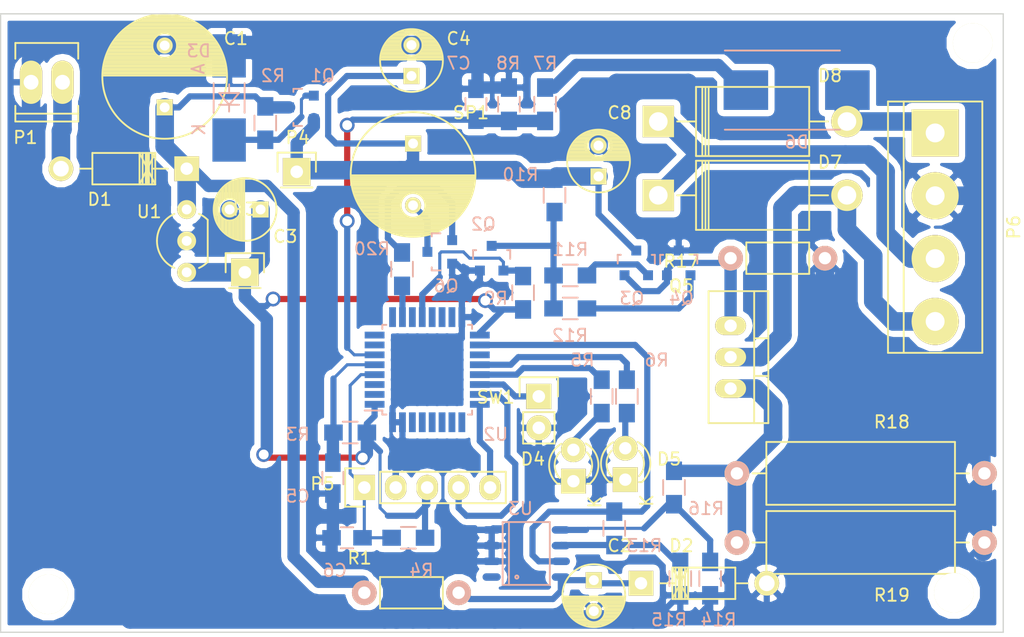
<source format=kicad_pcb>
(kicad_pcb (version 4) (host pcbnew "(2015-07-16 BZR 5955, Git 27eafcb)-product")
  (layers (0 F.Cu signal) (31 B.Cu signal) (34 B.Paste user) (35 F.Paste user) (36 B.SilkS user) (37 F.SilkS user) (38 B.Mask user) (39 F.Mask user) (44 Edge.Cuts user))
  (net 0 "")
  (net 1 "Net-(C1-Pad1)")
  (net 2 GND)
  (net 3 /Sheet56FC57FC/V5)
  (net 4 /Sheet56FC57FC/V3.3)
  (net 5 /Sheet56FC57FC/V12_MOSFET)
  (net 6 /Sheet56FC57FC/V3.3_ANALOG)
  (net 7 "Net-(C6-Pad2)")
  (net 8 "Net-(C7-Pad2)")
  (net 9 "Net-(D1-Pad2)")
  (net 10 "Net-(D3-Pad1)")
  (net 11 "Net-(D4-Pad2)")
  (net 12 "Net-(D5-Pad2)")
  (net 13 "Net-(D6-Pad2)")
  (net 14 "Net-(D6-Pad1)")
  (net 15 "Net-(D7-Pad2)")
  (net 16 "Net-(D7-Pad1)")
  (net 17 "Net-(P5-Pad4)")
  (net 18 "Net-(P5-Pad5)")
  (net 19 "Net-(Q2-Pad1)")
  (net 20 "Net-(Q2-Pad3)")
  (net 21 "Net-(Q3-Pad1)")
  (net 22 "Net-(Q3-Pad2)")
  (net 23 "Net-(Q4-Pad1)")
  (net 24 "Net-(Q5-PadS)")
  (net 25 "Net-(Q6-Pad1)")
  (net 26 "Net-(Q6-Pad3)")
  (net 27 "Net-(R5-Pad1)")
  (net 28 "Net-(R6-Pad1)")
  (net 29 "Net-(R13-Pad1)")
  (net 30 "Net-(R13-Pad2)")
  (net 31 "Net-(R14-Pad2)")
  (net 32 "Net-(SW1-Pad1)")
  (net 33 "Net-(U2-Pad2)")
  (net 34 "Net-(U2-Pad3)")
  (net 35 "Net-(U2-Pad7)")
  (net 36 "Net-(U2-Pad9)")
  (net 37 "Net-(U2-Pad11)")
  (net 38 "Net-(U2-Pad13)")
  (net 39 "Net-(U2-Pad14)")
  (net 40 "Net-(U2-Pad15)")
  (net 41 "Net-(U2-Pad25)")
  (net 42 "Net-(U2-Pad27)")
  (net 43 "Net-(U2-Pad29)")
  (net 44 "Net-(U3-Pad1)")
  (net 45 "Net-(U2-Pad19)")
  (net 46 "Net-(R20-Pad1)")
  (net 47 "Net-(U2-Pad26)")
  (net 48 "Net-(U2-Pad28)")
  (net 49 "Net-(U2-Pad30)")
  (net 50 "Net-(U2-Pad8)")
  (module Mounting_Holes:MountingHole_3.2mm_M3 (layer F.Cu) (at 192.532 62.357)
    (fp_text reference "" (at -4.318 -0.889) (layer F.SilkS))
    (fp_text value MountingHole_3.2mm_M3)
    (pad 1 np_thru_hole circle (at 0 0) (size 3.2 3.2) (drill 3.2) (layers *.Cu *.Mask F.SilkS))
  )
  (module Mounting_Holes:MountingHole_3.2mm_M3 (layer F.Cu) (at 191.008 106.807)
    (fp_text reference "" (at 0 -4.2) (layer F.SilkS))
    (fp_text value MountingHole_3.2mm_M3)
    (pad 1 np_thru_hole circle (at 0 0) (size 3.2 3.2) (drill 3.2) (layers *.Cu *.Mask F.SilkS))
  )
  (module LOCAL_Capacitors_ThroughHole:C_Radial_D5_L11_P2.5 (layer F.Cu) (at 161.925 105.791 270)
    (fp_text reference C2 (at -2.791 -2.075 360) (layer F.SilkS))
    (fp_text value 2.2uF)
    (pad 1 thru_hole rect (at 0 0 270) (size 1.3 1.3) (drill 0.8) (layers *.Cu *.Mask F.SilkS) (net 3 /Sheet56FC57FC/V5))
    (pad 2 thru_hole circle (at 2.5 0 270) (size 1.3 1.3) (drill 0.8) (layers *.Cu *.Mask F.SilkS) (net 2 GND))
  )
  (module LOCAL_Capacitors_ThroughHole:C_Radial_D5_L11_P2.5 (layer F.Cu) (at 135.001 75.819 180)
    (fp_text reference C3 (at -1.999 -2.181 180) (layer F.SilkS))
    (fp_text value 2.2uF)
    (pad 1 thru_hole rect (at 0 0 180) (size 1.3 1.3) (drill 0.8) (layers *.Cu *.Mask F.SilkS) (net 4 /Sheet56FC57FC/V3.3))
    (pad 2 thru_hole circle (at 2.5 0 180) (size 1.3 1.3) (drill 0.8) (layers *.Cu *.Mask F.SilkS) (net 2 GND))
  )
  (module LOCAL_Capacitors_ThroughHole:C_Radial_D5_L11_P2.5 (layer F.Cu) (at 147.193 65.024 90)
    (fp_text reference C4 (at 3.024 3.807 180) (layer F.SilkS))
    (fp_text value 2.2uF)
    (pad 1 thru_hole rect (at 0 0 90) (size 1.3 1.3) (drill 0.8) (layers *.Cu *.Mask F.SilkS) (net 5 /Sheet56FC57FC/V12_MOSFET))
    (pad 2 thru_hole circle (at 2.5 0 90) (size 1.3 1.3) (drill 0.8) (layers *.Cu *.Mask F.SilkS) (net 2 GND))
  )
  (module Capacitors_SMD:C_0805_HandSoldering (layer B.Cu) (at 140.843 97.536 270)
    (fp_text reference C5 (at 1.464 2.843 360) (layer B.SilkS) (effects (justify mirror)))
    (fp_text value 100nF)
    (pad 1 smd rect (at -1.25 0 270) (size 1.5 1.25) (layers B.Cu B.Paste B.Mask) (net 6 /Sheet56FC57FC/V3.3_ANALOG))
    (pad 2 smd rect (at 1.25 0 270) (size 1.5 1.25) (layers B.Cu B.Paste B.Mask) (net 2 GND))
  )
  (module Capacitors_SMD:C_0805_HandSoldering (layer B.Cu) (at 141.986 102.362)
    (fp_text reference C6 (at -0.986 2.638) (layer B.SilkS) (effects (justify mirror)))
    (fp_text value 100nF)
    (pad 1 smd rect (at -1.25 0) (size 1.5 1.25) (layers B.Cu B.Paste B.Mask) (net 2 GND))
    (pad 2 smd rect (at 1.25 0) (size 1.5 1.25) (layers B.Cu B.Paste B.Mask) (net 7 "Net-(C6-Pad2)"))
  )
  (module Capacitors_SMD:C_0805_HandSoldering (layer B.Cu) (at 152.4 67.31 270)
    (fp_text reference C7 (at -3.31 1.4 360) (layer B.SilkS) (effects (justify mirror)))
    (fp_text value 2.2nF)
    (pad 1 smd rect (at -1.25 0 270) (size 1.5 1.25) (layers B.Cu B.Paste B.Mask) (net 2 GND))
    (pad 2 smd rect (at 1.25 0 270) (size 1.5 1.25) (layers B.Cu B.Paste B.Mask) (net 8 "Net-(C7-Pad2)"))
  )
  (module LOCAL_Capacitors_ThroughHole:C_Radial_D5_L11_P2.5 (layer F.Cu) (at 162.306 73.152 90)
    (fp_text reference C8 (at 5.152 1.694 180) (layer F.SilkS))
    (fp_text value 10uF)
    (pad 1 thru_hole rect (at 0 0 90) (size 1.3 1.3) (drill 0.8) (layers *.Cu *.Mask F.SilkS) (net 5 /Sheet56FC57FC/V12_MOSFET))
    (pad 2 thru_hole circle (at 2.5 0 90) (size 1.3 1.3) (drill 0.8) (layers *.Cu *.Mask F.SilkS) (net 2 GND))
  )
  (module LOCAL_Diode_ThroughHole:Diode_DO-41_SOD81_Horizontal_RM10 (layer F.Cu) (at 129.032 72.517 180)
    (fp_text reference D1 (at 7.032 -2.483 360) (layer F.SilkS))
    (fp_text value 1N4007)
    (pad 2 thru_hole circle (at 10.16 -0.00254) (size 1.99898 1.99898) (drill 1.27) (layers *.Cu *.Mask F.SilkS) (net 9 "Net-(D1-Pad2)"))
    (pad 1 thru_hole rect (at 0 -0.00254) (size 1.99898 1.99898) (drill 1.00076) (layers *.Cu *.Mask F.SilkS) (net 1 "Net-(C1-Pad1)"))
  )
  (module LOCAL_Diode_ThroughHole:Diode_DO-41_SOD81_Horizontal_RM10 (layer F.Cu) (at 165.735 106.045)
    (fp_text reference D2 (at 3.265 -3.045) (layer F.SilkS))
    (fp_text value "Z5.1V 500mW")
    (pad 2 thru_hole circle (at 10.16 -0.00254 180) (size 1.99898 1.99898) (drill 1.27) (layers *.Cu *.Mask F.SilkS) (net 2 GND))
    (pad 1 thru_hole rect (at 0 -0.00254 180) (size 1.99898 1.99898) (drill 1.00076) (layers *.Cu *.Mask F.SilkS) (net 3 /Sheet56FC57FC/V5))
  )
  (module LEDs:LED-3MM (layer F.Cu) (at 160.274 97.79 90)
    (fp_text reference D4 (at 1.79 -3.274 180) (layer F.SilkS))
    (fp_text value LED)
    (fp_text user K (at -1.69 1.74 90) (layer F.SilkS))
    (pad 1 thru_hole rect (at 0 0 180) (size 2 2) (drill 1.00076) (layers *.Cu *.Mask F.SilkS) (net 2 GND))
    (pad 2 thru_hole circle (at 2.54 0 90) (size 2 2) (drill 1.00076) (layers *.Cu *.Mask F.SilkS) (net 11 "Net-(D4-Pad2)"))
  )
  (module LEDs:LED-3MM (layer F.Cu) (at 164.465 97.663 90)
    (fp_text reference D5 (at 1.663 3.535 180) (layer F.SilkS))
    (fp_text value LED)
    (fp_text user K (at -1.69 1.74 90) (layer F.SilkS))
    (pad 1 thru_hole rect (at 0 0 180) (size 2 2) (drill 1.00076) (layers *.Cu *.Mask F.SilkS) (net 2 GND))
    (pad 2 thru_hole circle (at 2.54 0 90) (size 2 2) (drill 1.00076) (layers *.Cu *.Mask F.SilkS) (net 12 "Net-(D5-Pad2)"))
  )
  (module LOCAL_Diode_ThroughHole:Diode_DO-201AD_Horizontal_RM15 (layer F.Cu) (at 167.132 74.676)
    (fp_text reference D7 (at 13.868 -2.676) (layer F.SilkS))
    (fp_text value SB520)
    (pad 2 thru_hole circle (at 15.24122 -0.00296 180) (size 2.54 2.54) (drill 1.50114) (layers *.Cu *.Mask F.SilkS) (net 15 "Net-(D7-Pad2)"))
    (pad 1 thru_hole rect (at 0.00122 -0.00296 180) (size 2.54 2.54) (drill 1.50114) (layers *.Cu *.Mask F.SilkS) (net 16 "Net-(D7-Pad1)"))
  )
  (module LOCAL_Diode_ThroughHole:Diode_DO-201AD_Horizontal_RM15 (layer F.Cu) (at 167.132 68.707)
    (fp_text reference D8 (at 13.868 -3.707) (layer F.SilkS))
    (fp_text value FR307)
    (pad 2 thru_hole circle (at 15.24122 -0.00296 180) (size 2.54 2.54) (drill 1.50114) (layers *.Cu *.Mask F.SilkS) (net 13 "Net-(D6-Pad2)"))
    (pad 1 thru_hole rect (at 0.00122 -0.00296 180) (size 2.54 2.54) (drill 1.50114) (layers *.Cu *.Mask F.SilkS) (net 16 "Net-(D7-Pad1)"))
  )
  (module Sockets_MOLEX_KK-System:Socket_MOLEX-KK-RM2-54mm_Lock_2pin_straight (layer F.Cu) (at 117.729 65.532 180)
    (fp_text reference P1 (at 1.729 -4.468 360) (layer F.SilkS))
    (fp_text value CONN_01X02)
    (pad 1 thru_hole oval (at -1.27 0 180) (size 1.80086 3.50012) (drill 1.19888) (layers *.Cu *.Mask F.SilkS) (net 9 "Net-(D1-Pad2)"))
    (pad 2 thru_hole oval (at 1.27 0 180) (size 1.80086 3.50012) (drill 1.19888) (layers *.Cu *.Mask F.SilkS) (net 2 GND))
  )
  (module LOCAL_Pin_Headers:Pin_Header_Straight_1x01 (layer F.Cu) (at 133.731 80.899)
    (fp_text reference P3 (at 0 -5.1) (layer F.SilkS))
    (fp_text value CONN_01X01)
    (pad 1 thru_hole rect (at 0 0) (size 2.2352 2.2352) (drill 1.016) (layers *.Cu *.Mask F.SilkS) (net 4 /Sheet56FC57FC/V3.3))
  )
  (module LOCAL_Pin_Headers:Pin_Header_Straight_1x01 (layer F.Cu) (at 137.922 72.771)
    (fp_text reference P4 (at 0.078 -2.771) (layer F.SilkS))
    (fp_text value CONN_01X01)
    (pad 1 thru_hole rect (at 0 0) (size 2.2352 2.2352) (drill 1.016) (layers *.Cu *.Mask F.SilkS) (net 5 /Sheet56FC57FC/V12_MOSFET))
  )
  (module LOCAL_Pin_Headers:Pin_Header_Straight_1x05 (layer F.Cu) (at 143.383 98.298 90)
    (fp_text reference P5 (at 0.298 -3.383 180) (layer F.SilkS))
    (fp_text value CONN_5)
    (pad 1 thru_hole rect (at 0 0 90) (size 2.032 1.7272) (drill 1.016) (layers *.Cu *.Mask F.SilkS) (net 7 "Net-(C6-Pad2)"))
    (pad 2 thru_hole oval (at 0 2.54 90) (size 2.032 1.7272) (drill 1.016) (layers *.Cu *.Mask F.SilkS) (net 2 GND))
    (pad 3 thru_hole oval (at 0 5.08 90) (size 2.032 1.7272) (drill 1.016) (layers *.Cu *.Mask F.SilkS) (net 4 /Sheet56FC57FC/V3.3))
    (pad 4 thru_hole oval (at 0 7.62 90) (size 2.032 1.7272) (drill 1.016) (layers *.Cu *.Mask F.SilkS) (net 17 "Net-(P5-Pad4)"))
    (pad 5 thru_hole oval (at 0 10.16 90) (size 2.032 1.7272) (drill 1.016) (layers *.Cu *.Mask F.SilkS) (net 18 "Net-(P5-Pad5)"))
  )
  (module LOCAL_MOSFET:BC817_SOT-23 (layer B.Cu) (at 138.303 67.564 270)
    (fp_text reference Q1 (at -2.564 -1.697 360) (layer B.SilkS) (effects (justify mirror)))
    (fp_text value BC817-40)
    (pad 1 smd rect (at -0.95 -1.00076 270) (size 0.8001 0.8001) (layers B.Cu B.Paste B.Mask) (net 10 "Net-(D3-Pad1)"))
    (pad 2 smd rect (at 0.95 -1.00076 270) (size 0.8001 0.8001) (layers B.Cu B.Paste B.Mask) (net 5 /Sheet56FC57FC/V12_MOSFET))
    (pad 3 smd rect (at 0 0.99822 270) (size 0.8001 0.8001) (layers B.Cu B.Paste B.Mask) (net 1 "Net-(C1-Pad1)"))
  )
  (module LOCAL_MOSFET:BC817_SOT-23 (layer B.Cu) (at 153.67 79.756 180)
    (fp_text reference Q2 (at 0.67 2.756 360) (layer B.SilkS) (effects (justify mirror)))
    (fp_text value BC817-40)
    (pad 1 smd rect (at -0.95 -1.00076 180) (size 0.8001 0.8001) (layers B.Cu B.Paste B.Mask) (net 19 "Net-(Q2-Pad1)"))
    (pad 2 smd rect (at 0.95 -1.00076 180) (size 0.8001 0.8001) (layers B.Cu B.Paste B.Mask) (net 2 GND))
    (pad 3 smd rect (at 0 0.99822 180) (size 0.8001 0.8001) (layers B.Cu B.Paste B.Mask) (net 20 "Net-(Q2-Pad3)"))
  )
  (module LOCAL_MOSFET:BC817_SOT-23 (layer B.Cu) (at 165.354 80.137 180)
    (fp_text reference Q3 (at 0.354 -2.863 360) (layer B.SilkS) (effects (justify mirror)))
    (fp_text value BC817-40)
    (pad 1 smd rect (at -0.95 -1.00076 180) (size 0.8001 0.8001) (layers B.Cu B.Paste B.Mask) (net 21 "Net-(Q3-Pad1)"))
    (pad 2 smd rect (at 0.95 -1.00076 180) (size 0.8001 0.8001) (layers B.Cu B.Paste B.Mask) (net 22 "Net-(Q3-Pad2)"))
    (pad 3 smd rect (at 0 0.99822 180) (size 0.8001 0.8001) (layers B.Cu B.Paste B.Mask) (net 5 /Sheet56FC57FC/V12_MOSFET))
  )
  (module LOCAL_MOSFET:BC857_SOT-23 (layer B.Cu) (at 168.783 80.137 180)
    (fp_text reference Q4 (at -0.217 -2.863 360) (layer B.SilkS) (effects (justify mirror)))
    (fp_text value BC807-40)
    (pad 1 smd rect (at -0.95 -1.00076 180) (size 0.8001 0.8001) (layers B.Cu B.Paste B.Mask) (net 23 "Net-(Q4-Pad1)"))
    (pad 2 smd rect (at 0.95 -1.00076 180) (size 0.8001 0.8001) (layers B.Cu B.Paste B.Mask) (net 22 "Net-(Q3-Pad2)"))
    (pad 3 smd rect (at 0 0.99822 180) (size 0.8001 0.8001) (layers B.Cu B.Paste B.Mask) (net 2 GND))
  )
  (module LOCAL_MOSFET:IRF540N_Vertical (layer F.Cu) (at 172.974 87.757 270)
    (fp_text reference Q5 (at -5.757 3.974 360) (layer F.SilkS))
    (fp_text value IRF540)
    (pad D thru_hole oval (at 0 0) (size 2.49936 1.50114) (drill 1.00076) (layers *.Cu *.Mask F.SilkS) (net 15 "Net-(D7-Pad2)"))
    (pad G thru_hole oval (at -2.54 0) (size 2.49936 1.50114) (drill 1.00076) (layers *.Cu *.Mask F.SilkS) (net 22 "Net-(Q3-Pad2)"))
    (pad S thru_hole oval (at 2.54 0) (size 2.49936 1.50114) (drill 1.00076) (layers *.Cu *.Mask F.SilkS) (net 24 "Net-(Q5-PadS)"))
  )
  (module LOCAL_MOSFET:BC817_SOT-23 (layer B.Cu) (at 149.479 79.248 270)
    (fp_text reference Q6 (at 2.752 -0.521 360) (layer B.SilkS) (effects (justify mirror)))
    (fp_text value BC817-40)
    (pad 1 smd rect (at -0.95 -1.00076 270) (size 0.8001 0.8001) (layers B.Cu B.Paste B.Mask) (net 25 "Net-(Q6-Pad1)"))
    (pad 2 smd rect (at 0.95 -1.00076 270) (size 0.8001 0.8001) (layers B.Cu B.Paste B.Mask) (net 2 GND))
    (pad 3 smd rect (at 0 0.99822 270) (size 0.8001 0.8001) (layers B.Cu B.Paste B.Mask) (net 26 "Net-(Q6-Pad3)"))
  )
  (module Resistors_SMD:R_0805_HandSoldering (layer B.Cu) (at 135.382 68.834 270)
    (fp_text reference R2 (at -3.834 -0.618 360) (layer B.SilkS) (effects (justify mirror)))
    (fp_text value 2200)
    (pad 1 smd rect (at -1.35 0 270) (size 1.5 1.3) (layers B.Cu B.Paste B.Mask) (net 1 "Net-(C1-Pad1)"))
    (pad 2 smd rect (at 1.35 0 270) (size 1.5 1.3) (layers B.Cu B.Paste B.Mask) (net 10 "Net-(D3-Pad1)"))
  )
  (module Resistors_SMD:R_0805_HandSoldering (layer B.Cu) (at 142.24 93.853 180)
    (fp_text reference R3 (at 4.24 -0.147 180) (layer B.SilkS) (effects (justify mirror)))
    (fp_text value 1)
    (pad 1 smd rect (at -1.35 0 180) (size 1.5 1.3) (layers B.Cu B.Paste B.Mask) (net 4 /Sheet56FC57FC/V3.3))
    (pad 2 smd rect (at 1.35 0 180) (size 1.5 1.3) (layers B.Cu B.Paste B.Mask) (net 6 /Sheet56FC57FC/V3.3_ANALOG))
  )
  (module Resistors_SMD:R_0805_HandSoldering (layer B.Cu) (at 146.939 102.362 180)
    (fp_text reference R4 (at -1.061 -2.638 180) (layer B.SilkS) (effects (justify mirror)))
    (fp_text value 10k)
    (pad 1 smd rect (at -1.35 0 180) (size 1.5 1.3) (layers B.Cu B.Paste B.Mask) (net 4 /Sheet56FC57FC/V3.3))
    (pad 2 smd rect (at 1.35 0 180) (size 1.5 1.3) (layers B.Cu B.Paste B.Mask) (net 7 "Net-(C6-Pad2)"))
  )
  (module Resistors_SMD:R_0805_HandSoldering (layer B.Cu) (at 162.56 90.932 270)
    (fp_text reference R5 (at -2.932 1.56 360) (layer B.SilkS) (effects (justify mirror)))
    (fp_text value 470)
    (pad 1 smd rect (at -1.35 0 270) (size 1.5 1.3) (layers B.Cu B.Paste B.Mask) (net 27 "Net-(R5-Pad1)"))
    (pad 2 smd rect (at 1.35 0 270) (size 1.5 1.3) (layers B.Cu B.Paste B.Mask) (net 11 "Net-(D4-Pad2)"))
  )
  (module Resistors_SMD:R_0805_HandSoldering (layer B.Cu) (at 164.592 90.932 270)
    (fp_text reference R6 (at -2.932 -2.408 360) (layer B.SilkS) (effects (justify mirror)))
    (fp_text value 470)
    (pad 1 smd rect (at -1.35 0 270) (size 1.5 1.3) (layers B.Cu B.Paste B.Mask) (net 28 "Net-(R6-Pad1)"))
    (pad 2 smd rect (at 1.35 0 270) (size 1.5 1.3) (layers B.Cu B.Paste B.Mask) (net 12 "Net-(D5-Pad2)"))
  )
  (module Resistors_SMD:R_0805_HandSoldering (layer B.Cu) (at 157.988 67.31 270)
    (fp_text reference R7 (at -3.31 -0.012 360) (layer B.SilkS) (effects (justify mirror)))
    (fp_text value 56K)
    (pad 1 smd rect (at -1.35 0 270) (size 1.5 1.3) (layers B.Cu B.Paste B.Mask) (net 14 "Net-(D6-Pad1)"))
    (pad 2 smd rect (at 1.35 0 270) (size 1.5 1.3) (layers B.Cu B.Paste B.Mask) (net 8 "Net-(C7-Pad2)"))
  )
  (module Resistors_SMD:R_0805_HandSoldering (layer B.Cu) (at 155.067 67.31 90)
    (fp_text reference R8 (at 3.31 -0.067 180) (layer B.SilkS) (effects (justify mirror)))
    (fp_text value 5k6)
    (pad 1 smd rect (at -1.35 0 90) (size 1.5 1.3) (layers B.Cu B.Paste B.Mask) (net 8 "Net-(C7-Pad2)"))
    (pad 2 smd rect (at 1.35 0 90) (size 1.5 1.3) (layers B.Cu B.Paste B.Mask) (net 2 GND))
  )
  (module Resistors_SMD:R_0805_HandSoldering (layer B.Cu) (at 156.21 82.55 90)
    (fp_text reference R9 (at -0.45 -2.21 180) (layer B.SilkS) (effects (justify mirror)))
    (fp_text value 5k6)
    (pad 1 smd rect (at -1.35 0 90) (size 1.5 1.3) (layers B.Cu B.Paste B.Mask) (net 4 /Sheet56FC57FC/V3.3))
    (pad 2 smd rect (at 1.35 0 90) (size 1.5 1.3) (layers B.Cu B.Paste B.Mask) (net 19 "Net-(Q2-Pad1)"))
  )
  (module Resistors_SMD:R_0805_HandSoldering (layer B.Cu) (at 158.75 74.676 270)
    (fp_text reference R10 (at -1.676 2.75 360) (layer B.SilkS) (effects (justify mirror)))
    (fp_text value 5k6)
    (pad 1 smd rect (at -1.35 0 270) (size 1.5 1.3) (layers B.Cu B.Paste B.Mask) (net 5 /Sheet56FC57FC/V12_MOSFET))
    (pad 2 smd rect (at 1.35 0 270) (size 1.5 1.3) (layers B.Cu B.Paste B.Mask) (net 20 "Net-(Q2-Pad3)"))
  )
  (module Resistors_SMD:R_0805_HandSoldering (layer B.Cu) (at 160.02 81.153 180)
    (fp_text reference R11 (at 0 2.1 180) (layer B.SilkS) (effects (justify mirror)))
    (fp_text value 10)
    (pad 1 smd rect (at -1.35 0 180) (size 1.5 1.3) (layers B.Cu B.Paste B.Mask) (net 21 "Net-(Q3-Pad1)"))
    (pad 2 smd rect (at 1.35 0 180) (size 1.5 1.3) (layers B.Cu B.Paste B.Mask) (net 20 "Net-(Q2-Pad3)"))
  )
  (module Resistors_SMD:R_0805_HandSoldering (layer B.Cu) (at 160.02 83.82 180)
    (fp_text reference R12 (at 0.02 -2.18 180) (layer B.SilkS) (effects (justify mirror)))
    (fp_text value 5k6)
    (pad 1 smd rect (at -1.35 0 180) (size 1.5 1.3) (layers B.Cu B.Paste B.Mask) (net 23 "Net-(Q4-Pad1)"))
    (pad 2 smd rect (at 1.35 0 180) (size 1.5 1.3) (layers B.Cu B.Paste B.Mask) (net 20 "Net-(Q2-Pad3)"))
  )
  (module Resistors_SMD:R_0805_HandSoldering (layer B.Cu) (at 163.576 101.6 90)
    (fp_text reference R13 (at -1.4 2.424 180) (layer B.SilkS) (effects (justify mirror)))
    (fp_text value 100K)
    (pad 1 smd rect (at -1.35 0 90) (size 1.5 1.3) (layers B.Cu B.Paste B.Mask) (net 29 "Net-(R13-Pad1)"))
    (pad 2 smd rect (at 1.35 0 90) (size 1.5 1.3) (layers B.Cu B.Paste B.Mask) (net 30 "Net-(R13-Pad2)"))
  )
  (module Resistors_SMD:R_0805_HandSoldering (layer B.Cu) (at 171.323 105.664 90)
    (fp_text reference R14 (at -3.336 0.677 180) (layer B.SilkS) (effects (justify mirror)))
    (fp_text value 100K)
    (pad 1 smd rect (at -1.35 0 90) (size 1.5 1.3) (layers B.Cu B.Paste B.Mask) (net 2 GND))
    (pad 2 smd rect (at 1.35 0 90) (size 1.5 1.3) (layers B.Cu B.Paste B.Mask) (net 31 "Net-(R14-Pad2)"))
  )
  (module Resistors_SMD:R_0805_HandSoldering (layer B.Cu) (at 168.91 105.664 90)
    (fp_text reference R15 (at -3.336 -0.91 180) (layer B.SilkS) (effects (justify mirror)))
    (fp_text value 10K)
    (pad 1 smd rect (at -1.35 0 90) (size 1.5 1.3) (layers B.Cu B.Paste B.Mask) (net 2 GND))
    (pad 2 smd rect (at 1.35 0 90) (size 1.5 1.3) (layers B.Cu B.Paste B.Mask) (net 29 "Net-(R13-Pad1)"))
  )
  (module Resistors_SMD:R_0805_HandSoldering (layer B.Cu) (at 168.402 98.298 270)
    (fp_text reference R16 (at 1.702 -2.598 360) (layer B.SilkS) (effects (justify mirror)))
    (fp_text value 10K)
    (pad 1 smd rect (at -1.35 0 270) (size 1.5 1.3) (layers B.Cu B.Paste B.Mask) (net 24 "Net-(Q5-PadS)"))
    (pad 2 smd rect (at 1.35 0 270) (size 1.5 1.3) (layers B.Cu B.Paste B.Mask) (net 31 "Net-(R14-Pad2)"))
  )
  (module Resistors_ThroughHole:Resistor_Horizontal_RM20mm (layer F.Cu) (at 173.482 97.155)
    (fp_text reference R18 (at 12.518 -4.155) (layer F.SilkS))
    (fp_text value "0.33 2W")
    (pad 1 thru_hole circle (at 0 0) (size 1.99898 1.99898) (drill 1.00076) (layers *.Cu *.SilkS *.Mask) (net 24 "Net-(Q5-PadS)"))
    (pad 2 thru_hole circle (at 20 0) (size 1.99898 1.99898) (drill 1.00076) (layers *.Cu *.SilkS *.Mask) (net 2 GND))
  )
  (module Resistors_ThroughHole:Resistor_Horizontal_RM20mm (layer F.Cu) (at 173.482 102.743)
    (fp_text reference R19 (at 12.518 4.257) (layer F.SilkS))
    (fp_text value "0.33 2W")
    (pad 1 thru_hole circle (at 0 0) (size 1.99898 1.99898) (drill 1.00076) (layers *.Cu *.SilkS *.Mask) (net 24 "Net-(Q5-PadS)"))
    (pad 2 thru_hole circle (at 20 0) (size 1.99898 1.99898) (drill 1.00076) (layers *.Cu *.SilkS *.Mask) (net 2 GND))
  )
  (module Resistors_SMD:R_0805_HandSoldering (layer B.Cu) (at 146.431 80.645 90)
    (fp_text reference R20 (at 1.645 -2.431 180) (layer B.SilkS) (effects (justify mirror)))
    (fp_text value 470)
    (pad 1 smd rect (at -1.35 0 90) (size 1.5 1.3) (layers B.Cu B.Paste B.Mask) (net 46 "Net-(R20-Pad1)"))
    (pad 2 smd rect (at 1.35 0 90) (size 1.5 1.3) (layers B.Cu B.Paste B.Mask) (net 25 "Net-(Q6-Pad1)"))
  )
  (module LOCAL_Pin_Headers:Pin_Header_Straight_1x02 (layer F.Cu) (at 157.48 90.932)
    (fp_text reference SW1 (at -3.48 0.068) (layer F.SilkS))
    (fp_text value SPST)
    (pad 1 thru_hole rect (at 0 0) (size 2.032 2.032) (drill 1.016) (layers *.Cu *.Mask F.SilkS) (net 32 "Net-(SW1-Pad1)"))
    (pad 2 thru_hole oval (at 0 2.54) (size 2.032 2.032) (drill 1.016) (layers *.Cu *.Mask F.SilkS) (net 2 GND))
  )
  (module LOCAL_TO_SOT_Packages_THT:TO-92_Inline_Wide (layer F.Cu) (at 129.032 80.899 90)
    (fp_text reference U1 (at 4.899 -3.032 360) (layer F.SilkS))
    (fp_text value 78L33)
    (pad 2 thru_hole circle (at 2.54 0 180) (size 1.524 1.524) (drill 0.8) (layers *.Cu *.Mask F.SilkS) (net 2 GND))
    (pad 3 thru_hole circle (at 5.08 0 180) (size 1.524 1.524) (drill 0.8) (layers *.Cu *.Mask F.SilkS) (net 1 "Net-(C1-Pad1)"))
    (pad 1 thru_hole circle (at 0 0 180) (size 1.524 1.524) (drill 0.8) (layers *.Cu *.Mask F.SilkS) (net 4 /Sheet56FC57FC/V3.3))
  )
  (module Housings_QFP:TQFP-32_7x7mm_Pitch0.8mm (layer B.Cu) (at 148.463 88.773)
    (fp_text reference U2 (at 5.537 5.227) (layer B.SilkS) (effects (justify mirror)))
    (fp_text value STM32F030K6)
    (pad 1 smd rect (at -4.25 2.8) (size 1.6 0.55) (layers B.Cu B.Paste B.Mask) (net 4 /Sheet56FC57FC/V3.3))
    (pad 2 smd rect (at -4.25 2) (size 1.6 0.55) (layers B.Cu B.Paste B.Mask) (net 33 "Net-(U2-Pad2)"))
    (pad 3 smd rect (at -4.25 1.2) (size 1.6 0.55) (layers B.Cu B.Paste B.Mask) (net 34 "Net-(U2-Pad3)"))
    (pad 4 smd rect (at -4.25 0.4) (size 1.6 0.55) (layers B.Cu B.Paste B.Mask) (net 7 "Net-(C6-Pad2)"))
    (pad 5 smd rect (at -4.25 -0.4) (size 1.6 0.55) (layers B.Cu B.Paste B.Mask) (net 6 /Sheet56FC57FC/V3.3_ANALOG))
    (pad 6 smd rect (at -4.25 -1.2) (size 1.6 0.55) (layers B.Cu B.Paste B.Mask) (net 8 "Net-(C7-Pad2)"))
    (pad 7 smd rect (at -4.25 -2) (size 1.6 0.55) (layers B.Cu B.Paste B.Mask) (net 35 "Net-(U2-Pad7)"))
    (pad 8 smd rect (at -4.25 -2.8) (size 1.6 0.55) (layers B.Cu B.Paste B.Mask) (net 50 "Net-(U2-Pad8)"))
    (pad 9 smd rect (at -2.8 -4.25 270) (size 1.6 0.55) (layers B.Cu B.Paste B.Mask) (net 36 "Net-(U2-Pad9)"))
    (pad 10 smd rect (at -2 -4.25 270) (size 1.6 0.55) (layers B.Cu B.Paste B.Mask) (net 46 "Net-(R20-Pad1)"))
    (pad 11 smd rect (at -1.2 -4.25 270) (size 1.6 0.55) (layers B.Cu B.Paste B.Mask) (net 37 "Net-(U2-Pad11)"))
    (pad 12 smd rect (at -0.4 -4.25 270) (size 1.6 0.55) (layers B.Cu B.Paste B.Mask) (net 19 "Net-(Q2-Pad1)"))
    (pad 13 smd rect (at 0.4 -4.25 270) (size 1.6 0.55) (layers B.Cu B.Paste B.Mask) (net 38 "Net-(U2-Pad13)"))
    (pad 14 smd rect (at 1.2 -4.25 270) (size 1.6 0.55) (layers B.Cu B.Paste B.Mask) (net 39 "Net-(U2-Pad14)"))
    (pad 15 smd rect (at 2 -4.25 270) (size 1.6 0.55) (layers B.Cu B.Paste B.Mask) (net 40 "Net-(U2-Pad15)"))
    (pad 16 smd rect (at 2.8 -4.25 270) (size 1.6 0.55) (layers B.Cu B.Paste B.Mask) (net 2 GND))
    (pad 17 smd rect (at 4.25 -2.8) (size 1.6 0.55) (layers B.Cu B.Paste B.Mask) (net 4 /Sheet56FC57FC/V3.3))
    (pad 18 smd rect (at 4.25 -2) (size 1.6 0.55) (layers B.Cu B.Paste B.Mask) (net 30 "Net-(R13-Pad2)"))
    (pad 19 smd rect (at 4.25 -1.2) (size 1.6 0.55) (layers B.Cu B.Paste B.Mask) (net 45 "Net-(U2-Pad19)"))
    (pad 20 smd rect (at 4.25 -0.4) (size 1.6 0.55) (layers B.Cu B.Paste B.Mask) (net 28 "Net-(R6-Pad1)"))
    (pad 21 smd rect (at 4.25 0.4) (size 1.6 0.55) (layers B.Cu B.Paste B.Mask) (net 27 "Net-(R5-Pad1)"))
    (pad 22 smd rect (at 4.25 1.2) (size 1.6 0.55) (layers B.Cu B.Paste B.Mask) (net 32 "Net-(SW1-Pad1)"))
    (pad 23 smd rect (at 4.25 2) (size 1.6 0.55) (layers B.Cu B.Paste B.Mask) (net 17 "Net-(P5-Pad4)"))
    (pad 24 smd rect (at 4.25 2.8) (size 1.6 0.55) (layers B.Cu B.Paste B.Mask) (net 18 "Net-(P5-Pad5)"))
    (pad 25 smd rect (at 2.8 4.25 270) (size 1.6 0.55) (layers B.Cu B.Paste B.Mask) (net 41 "Net-(U2-Pad25)"))
    (pad 26 smd rect (at 2 4.25 270) (size 1.6 0.55) (layers B.Cu B.Paste B.Mask) (net 47 "Net-(U2-Pad26)"))
    (pad 27 smd rect (at 1.2 4.25 270) (size 1.6 0.55) (layers B.Cu B.Paste B.Mask) (net 42 "Net-(U2-Pad27)"))
    (pad 28 smd rect (at 0.4 4.25 270) (size 1.6 0.55) (layers B.Cu B.Paste B.Mask) (net 48 "Net-(U2-Pad28)"))
    (pad 29 smd rect (at -0.4 4.25 270) (size 1.6 0.55) (layers B.Cu B.Paste B.Mask) (net 43 "Net-(U2-Pad29)"))
    (pad 30 smd rect (at -1.2 4.25 270) (size 1.6 0.55) (layers B.Cu B.Paste B.Mask) (net 49 "Net-(U2-Pad30)"))
    (pad 31 smd rect (at -2 4.25 270) (size 1.6 0.55) (layers B.Cu B.Paste B.Mask) (net 2 GND))
    (pad 32 smd rect (at -2.8 4.25 270) (size 1.6 0.55) (layers B.Cu B.Paste B.Mask) (net 2 GND))
  )
  (module Power_Integrations:SO-8 (layer B.Cu) (at 156.464 103.632 90)
    (fp_text reference U3 (at 3.632 -0.464 180) (layer B.SilkS) (effects (justify mirror)))
    (fp_text value LM358)
    (pad 1 smd oval (at -1.905 -2.794 90) (size 0.6096 1.4732) (layers B.Cu B.Paste B.Mask) (net 44 "Net-(U3-Pad1)"))
    (pad 2 smd oval (at -0.635 -2.794 90) (size 0.6096 1.4732) (layers B.Cu B.Paste B.Mask) (net 2 GND))
    (pad 3 smd oval (at 0.635 -2.794 90) (size 0.6096 1.4732) (layers B.Cu B.Paste B.Mask) (net 2 GND))
    (pad 4 smd oval (at 1.905 -2.794 90) (size 0.6096 1.4732) (layers B.Cu B.Paste B.Mask) (net 2 GND))
    (pad 5 smd oval (at 1.905 2.794 90) (size 0.6096 1.4732) (layers B.Cu B.Paste B.Mask) (net 31 "Net-(R14-Pad2)"))
    (pad 6 smd oval (at 0.635 2.794 90) (size 0.6096 1.4732) (layers B.Cu B.Paste B.Mask) (net 29 "Net-(R13-Pad1)"))
    (pad 7 smd oval (at -0.635 2.794 90) (size 0.6096 1.4732) (layers B.Cu B.Paste B.Mask) (net 30 "Net-(R13-Pad2)"))
    (pad 8 smd oval (at -1.905 2.794 90) (size 0.6096 1.4732) (layers B.Cu B.Paste B.Mask) (net 3 /Sheet56FC57FC/V5))
  )
  (module LOCAL_Capacitors_ThroughHole:C_Radial_D10_L20_P5 (layer F.Cu) (at 127.254 67.564 90)
    (fp_text reference C1 (at 5.564 5.746 360) (layer F.SilkS))
    (fp_text value 100uF)
    (pad 1 thru_hole rect (at 0 0 90) (size 1.3 1.3) (drill 0.8) (layers *.Cu *.Mask F.SilkS) (net 1 "Net-(C1-Pad1)"))
    (pad 2 thru_hole circle (at 5 0 90) (size 1.3 1.3) (drill 0.8) (layers *.Cu *.Mask F.SilkS) (net 2 GND))
  )
  (module LOCAL_Capacitors_ThroughHole:C_Radial_D10_L20_P5 (layer F.Cu) (at 147.32 70.485 270)
    (fp_text reference SP1 (at -2.485 -4.68 360) (layer F.SilkS))
    (fp_text value SPEAKER)
    (pad 1 thru_hole rect (at 0 0 270) (size 1.3 1.3) (drill 0.8) (layers *.Cu *.Mask F.SilkS) (net 5 /Sheet56FC57FC/V12_MOSFET))
    (pad 2 thru_hole circle (at 5 0 270) (size 1.3 1.3) (drill 0.8) (layers *.Cu *.Mask F.SilkS) (net 26 "Net-(Q6-Pad3)"))
  )
  (module Resistors_ThroughHole:Resistor_Horizontal_RM7mm (layer F.Cu) (at 151.003 106.807 180)
    (fp_text reference R1 (at 8.003 2.807 180) (layer F.SilkS))
    (fp_text value 390)
    (pad 1 thru_hole circle (at 0 0 180) (size 1.99898 1.99898) (drill 1.00076) (layers *.Cu *.SilkS *.Mask) (net 3 /Sheet56FC57FC/V5))
    (pad 2 thru_hole circle (at 7.62 0 180) (size 1.99898 1.99898) (drill 1.00076) (layers *.Cu *.SilkS *.Mask) (net 1 "Net-(C1-Pad1)"))
  )
  (module Resistors_ThroughHole:Resistor_Horizontal_RM7mm (layer F.Cu) (at 172.974 79.756)
    (fp_text reference R17 (at -3.974 0.244) (layer F.SilkS))
    (fp_text value 10k)
    (pad 1 thru_hole circle (at 0 0) (size 1.99898 1.99898) (drill 1.00076) (layers *.Cu *.SilkS *.Mask) (net 22 "Net-(Q3-Pad2)"))
    (pad 2 thru_hole circle (at 7.62 0) (size 1.99898 1.99898) (drill 1.00076) (layers *.Cu *.SilkS *.Mask) (net 2 GND))
  )
  (module Diodes_SMD:DO-214AB_Handsoldering (layer B.Cu) (at 178.308 66.167)
    (fp_text reference D6 (at 0 4.2) (layer B.SilkS) (effects (justify mirror)))
    (fp_text value 1n4007)
    (pad 2 smd rect (at 4.1 0) (size 3.6 3.2) (layers B.Cu B.Paste B.Mask) (net 13 "Net-(D6-Pad2)"))
    (pad 1 smd rect (at -4.1 0) (size 3.6 3.2) (layers B.Cu B.Paste B.Mask) (net 14 "Net-(D6-Pad1)"))
  )
  (module Diodes_SMD:MELF_Handsoldering (layer B.Cu) (at 132.461 66.802 90)
    (fp_text reference D3 (at 3.802 -2.461 180) (layer B.SilkS) (effects (justify mirror)))
    (fp_text value "Z12V 1W")
    (fp_text user K (at -2.55 -2.45 90) (layer B.SilkS) (effects (justify mirror)))
    (fp_text user A (at 2.35 -2.5 90) (layer B.SilkS) (effects (justify mirror)))
    (pad 1 smd rect (at -3.40106 0 90) (size 3.50012 2.70002) (layers B.Cu B.Paste B.Mask) (net 10 "Net-(D3-Pad1)"))
    (pad 2 smd rect (at 3.40106 0 90) (size 3.50012 2.70002) (layers B.Cu B.Paste B.Mask) (net 2 GND))
  )
  (module Mounting_Holes:MountingHole_3.2mm_M3 (layer F.Cu) (at 117.856 106.934)
    (fp_text reference "" (at 4.144 0.066) (layer F.SilkS))
    (fp_text value MountingHole_3.2mm_M3)
    (pad 1 np_thru_hole circle (at 0 0) (size 3.2 3.2) (drill 3.2) (layers *.Cu *.Mask F.SilkS))
  )
  (module LOCAL_Connect:bornier4 (layer F.Cu) (at 189.5 77.25 270)
    (fp_text reference P6 (at 0 -6.35 270) (layer F.SilkS))
    (fp_text value CONN_01X04)
    (pad 2 thru_hole circle (at -2.54 0 270) (size 3.81 3.81) (drill 1.524) (layers *.Cu *.Mask F.SilkS) (net 2 GND))
    (pad 3 thru_hole circle (at 2.54 0 270) (size 3.81 3.81) (drill 1.524) (layers *.Cu *.Mask F.SilkS) (net 16 "Net-(D7-Pad1)"))
    (pad 1 thru_hole rect (at -7.62 0 270) (size 3.81 3.81) (drill 1.524) (layers *.Cu *.Mask F.SilkS) (net 13 "Net-(D6-Pad2)"))
    (pad 4 thru_hole circle (at 7.62 0 270) (size 3.81 3.81) (drill 1.524) (layers *.Cu *.Mask F.SilkS) (net 15 "Net-(D7-Pad2)"))
  )
  (gr_line (start 114 60) (end 195 60) (angle 90) (layer Edge.Cuts) (width 0.1))
  (gr_line (start 114 110) (end 195 110) (angle 90) (layer Edge.Cuts) (width 0.1))
  (gr_line (start 114 60) (end 114 110) (angle 90) (layer Edge.Cuts) (width 0.1))
  (gr_line (start 195 110) (end 195 60) (angle 90) (layer Edge.Cuts) (width 0.1))
  (segment (start 129.032 72.51954) (end 129.41554 72.51954) (width 1) (layer B.Cu) (net 1))
  (segment (start 129.41554 72.51954) (end 130.81 73.914) (width 1) (layer B.Cu) (net 1))
  (segment (start 139.7 105.918) (end 143.256 105.918) (width 1) (layer B.Cu) (net 1))
  (segment (start 137.668 103.886) (end 139.7 105.918) (width 1) (layer B.Cu) (net 1))
  (segment (start 137.668 76.073) (end 137.668 103.886) (width 1) (layer B.Cu) (net 1))
  (segment (start 135.509 73.914) (end 137.668 76.073) (width 1) (layer B.Cu) (net 1))
  (segment (start 130.81 73.914) (end 135.509 73.914) (width 1) (layer B.Cu) (net 1))
  (segment (start 129.032 75.819) (end 129.032 72.51954) (width 1.5) (layer B.Cu) (net 1))
  (segment (start 127.254 67.564) (end 127.254 70.74154) (width 1.5) (layer B.Cu) (net 1))
  (segment (start 127.254 70.74154) (end 129.032 72.51954) (width 1.5) (layer B.Cu) (net 1))
  (segment (start 127.254 67.564) (end 128.397 67.564) (width 0.5) (layer B.Cu) (net 1))
  (segment (start 134.573 66.675) (end 135.382 67.484) (width 0.5) (layer B.Cu) (net 1))
  (segment (start 129.286 66.675) (end 134.573 66.675) (width 0.5) (layer B.Cu) (net 1))
  (segment (start 128.397 67.564) (end 129.286 66.675) (width 0.5) (layer B.Cu) (net 1))
  (segment (start 137.30478 67.564) (end 135.462 67.564) (width 1) (layer B.Cu) (net 1))
  (segment (start 135.462 67.564) (end 135.382 67.484) (width 1) (layer B.Cu) (net 1))
  (segment (start 180.594 79.756) (end 180.594 85.344) (width 1.5) (layer B.Cu) (net 2))
  (segment (start 184.5 89.25) (end 193.294 89.25) (width 1.5) (layer B.Cu) (net 2))
  (segment (start 180.594 85.344) (end 184.5 89.25) (width 1.5) (layer B.Cu) (net 2))
  (segment (start 189.5 74.71) (end 192.21 74.71) (width 1.5) (layer B.Cu) (net 2))
  (segment (start 192.21 74.71) (end 193.294 75.794) (width 1.5) (layer B.Cu) (net 2))
  (segment (start 153.67 104.267) (end 149.987 104.267) (width 0.5) (layer B.Cu) (net 2))
  (segment (start 148.59 105.664) (end 148.59 108.966) (width 0.5) (layer B.Cu) (net 2))
  (segment (start 149.987 104.267) (end 148.59 105.664) (width 0.5) (layer B.Cu) (net 2))
  (segment (start 145.923 98.298) (end 145.923 97.028) (width 0.5) (layer B.Cu) (net 2))
  (segment (start 151.257 101.727) (end 153.67 101.727) (width 0.5) (layer B.Cu) (net 2))
  (segment (start 149.733 100.203) (end 151.257 101.727) (width 0.5) (layer B.Cu) (net 2))
  (segment (start 149.733 96.52) (end 149.733 100.203) (width 0.25) (layer B.Cu) (net 2))
  (segment (start 149.479 96.266) (end 149.733 96.52) (width 0.25) (layer B.Cu) (net 2))
  (segment (start 146.685 96.266) (end 149.479 96.266) (width 0.5) (layer B.Cu) (net 2))
  (segment (start 145.923 97.028) (end 146.685 96.266) (width 0.5) (layer B.Cu) (net 2))
  (segment (start 171.323 107.014) (end 171.323 107.696) (width 0.5) (layer B.Cu) (net 2))
  (segment (start 171.323 107.696) (end 170.053 108.966) (width 0.5) (layer B.Cu) (net 2))
  (segment (start 168.91 107.014) (end 168.83 107.014) (width 0.5) (layer B.Cu) (net 2))
  (segment (start 168.83 107.014) (end 166.878 108.966) (width 0.5) (layer B.Cu) (net 2))
  (segment (start 175.895 106.04246) (end 175.895 107.696) (width 0.5) (layer B.Cu) (net 2))
  (segment (start 174.625 108.966) (end 170.053 108.966) (width 0.5) (layer B.Cu) (net 2))
  (segment (start 170.053 108.966) (end 166.878 108.966) (width 0.5) (layer B.Cu) (net 2))
  (segment (start 175.895 107.696) (end 174.625 108.966) (width 0.5) (layer B.Cu) (net 2))
  (segment (start 153.67 104.267) (end 153.67 102.997) (width 0.5) (layer B.Cu) (net 2))
  (segment (start 153.67 102.997) (end 153.67 101.727) (width 0.5) (layer B.Cu) (net 2))
  (segment (start 153.67 101.727) (end 153.797 101.6) (width 0.5) (layer B.Cu) (net 2))
  (segment (start 153.797 101.6) (end 154.686 101.6) (width 0.5) (layer B.Cu) (net 2))
  (segment (start 154.686 101.6) (end 158.496 97.79) (width 0.5) (layer B.Cu) (net 2))
  (segment (start 140.736 102.362) (end 140.736 103.652) (width 1) (layer B.Cu) (net 2))
  (segment (start 145.923 105.156) (end 145.923 108.966) (width 1) (layer B.Cu) (net 2))
  (segment (start 144.78 104.013) (end 145.923 105.156) (width 1) (layer B.Cu) (net 2))
  (segment (start 141.097 104.013) (end 144.78 104.013) (width 1) (layer B.Cu) (net 2))
  (segment (start 140.736 103.652) (end 141.097 104.013) (width 1) (layer B.Cu) (net 2))
  (segment (start 161.925 108.291) (end 161.925 108.585) (width 0.25) (layer B.Cu) (net 2))
  (segment (start 161.925 108.585) (end 162.306 108.966) (width 0.25) (layer B.Cu) (net 2))
  (segment (start 140.843 98.786) (end 140.843 102.255) (width 1) (layer B.Cu) (net 2))
  (segment (start 140.843 102.255) (end 140.736 102.362) (width 1) (layer B.Cu) (net 2))
  (segment (start 150.47976 80.198) (end 150.81 80.198) (width 0.5) (layer B.Cu) (net 2))
  (segment (start 150.81 80.198) (end 151.36876 80.75676) (width 0.5) (layer B.Cu) (net 2))
  (segment (start 151.36876 80.75676) (end 152.72 80.75676) (width 0.5) (layer B.Cu) (net 2))
  (segment (start 145.034 108.966) (end 124.46 108.966) (width 1.5) (layer B.Cu) (net 2))
  (segment (start 146.05 108.966) (end 145.923 108.966) (width 1.5) (layer B.Cu) (net 2))
  (segment (start 148.59 108.966) (end 147.32 108.966) (width 1.5) (layer B.Cu) (net 2))
  (segment (start 147.32 108.966) (end 146.05 108.966) (width 1.5) (layer B.Cu) (net 2))
  (segment (start 162.306 108.966) (end 155.956 108.966) (width 1.5) (layer B.Cu) (net 2))
  (segment (start 153.924 108.966) (end 150.876 108.966) (width 1.5) (layer B.Cu) (net 2))
  (segment (start 150.876 108.966) (end 150.241 108.966) (width 1.5) (layer B.Cu) (net 2))
  (segment (start 150.241 108.966) (end 148.59 108.966) (width 1.5) (layer B.Cu) (net 2))
  (segment (start 155.956 108.966) (end 153.924 108.966) (width 1.5) (layer B.Cu) (net 2))
  (segment (start 145.923 108.966) (end 145.034 108.966) (width 1.5) (layer B.Cu) (net 2))
  (segment (start 116.459 100.965) (end 116.459 65.532) (width 1.5) (layer B.Cu) (net 2))
  (segment (start 124.46 108.966) (end 116.459 100.965) (width 1.5) (layer B.Cu) (net 2))
  (segment (start 132.501 75.819) (end 132.501 76.414) (width 1.5) (layer B.Cu) (net 2))
  (segment (start 132.501 76.414) (end 130.556 78.359) (width 1.5) (layer B.Cu) (net 2))
  (segment (start 130.556 78.359) (end 129.032 78.359) (width 1.5) (layer B.Cu) (net 2))
  (segment (start 129.032 78.359) (end 122.174 78.359) (width 1.5) (layer B.Cu) (net 2))
  (segment (start 123.952 69.088) (end 123.952 62.524) (width 1.5) (layer B.Cu) (net 2))
  (segment (start 121.666 71.374) (end 123.952 69.088) (width 1.5) (layer B.Cu) (net 2))
  (segment (start 121.666 77.851) (end 121.666 71.374) (width 1.5) (layer B.Cu) (net 2))
  (segment (start 122.174 78.359) (end 121.666 77.851) (width 1.5) (layer B.Cu) (net 2))
  (segment (start 116.459 65.532) (end 116.459 63.754) (width 1.5) (layer B.Cu) (net 2))
  (segment (start 116.459 63.754) (end 117.729 62.484) (width 1.5) (layer B.Cu) (net 2))
  (segment (start 147.193 62.524) (end 133.33794 62.524) (width 0.5) (layer B.Cu) (net 2))
  (segment (start 133.33794 62.524) (end 132.461 63.40094) (width 0.5) (layer B.Cu) (net 2))
  (segment (start 127.254 62.564) (end 129.714 62.564) (width 0.5) (layer B.Cu) (net 2))
  (segment (start 129.714 62.564) (end 129.754 62.524) (width 0.5) (layer B.Cu) (net 2))
  (segment (start 147.193 62.524) (end 146.01 62.524) (width 0.5) (layer B.Cu) (net 2))
  (segment (start 155.067 65.96) (end 152.5 65.96) (width 1) (layer B.Cu) (net 2))
  (segment (start 152.5 65.96) (end 152.527 65.933) (width 1) (layer B.Cu) (net 2))
  (segment (start 152.527 65.933) (end 152.527 62.524) (width 1) (layer B.Cu) (net 2))
  (segment (start 145.923 98.298) (end 145.923 97.282) (width 0.5) (layer B.Cu) (net 2))
  (segment (start 145.923 98.298) (end 145.923 95.504) (width 0.5) (layer B.Cu) (net 2))
  (segment (start 146.463 94.964) (end 146.463 93.023) (width 0.5) (layer B.Cu) (net 2))
  (segment (start 145.923 95.504) (end 146.463 94.964) (width 0.5) (layer B.Cu) (net 2))
  (segment (start 178.435 62.524) (end 178.435 68.834) (width 1.5) (layer B.Cu) (net 2))
  (segment (start 162.306 67.056) (end 162.306 70.652) (width 1.5) (layer B.Cu) (net 2))
  (segment (start 163.772998 65.589002) (end 162.306 67.056) (width 1.5) (layer B.Cu) (net 2))
  (segment (start 169.545 65.589002) (end 163.772998 65.589002) (width 1.5) (layer B.Cu) (net 2))
  (segment (start 169.926 65.970002) (end 169.545 65.589002) (width 1.5) (layer B.Cu) (net 2))
  (segment (start 169.926 67.183) (end 169.926 65.970002) (width 1.5) (layer B.Cu) (net 2))
  (segment (start 172.212 69.469) (end 169.926 67.183) (width 1.5) (layer B.Cu) (net 2))
  (segment (start 177.8 69.469) (end 172.212 69.469) (width 1.5) (layer B.Cu) (net 2))
  (segment (start 178.435 68.834) (end 177.8 69.469) (width 1.5) (layer B.Cu) (net 2))
  (segment (start 160.274 97.79) (end 158.496 97.79) (width 0.5) (layer B.Cu) (net 2))
  (segment (start 153.543 102.743) (end 153.543 103.124) (width 0.5) (layer B.Cu) (net 2))
  (segment (start 164.465 97.663) (end 160.401 97.663) (width 0.5) (layer B.Cu) (net 2))
  (segment (start 160.401 97.663) (end 160.274 97.79) (width 0.5) (layer B.Cu) (net 2))
  (segment (start 157.48 93.472) (end 157.48 96.774) (width 0.5) (layer B.Cu) (net 2))
  (segment (start 157.48 96.774) (end 158.496 97.79) (width 0.5) (layer B.Cu) (net 2))
  (segment (start 153.543 102.87) (end 153.543 103.124) (width 0.5) (layer B.Cu) (net 2))
  (segment (start 151.263 84.523) (end 151.263 82.925) (width 0.5) (layer B.Cu) (net 2))
  (segment (start 152.72 81.468) (end 152.72 80.75676) (width 0.5) (layer B.Cu) (net 2))
  (segment (start 151.263 82.925) (end 152.72 81.468) (width 0.5) (layer B.Cu) (net 2))
  (segment (start 168.783 79.13878) (end 168.03878 79.13878) (width 0.5) (layer B.Cu) (net 2))
  (segment (start 168.03878 79.13878) (end 166.116 77.216) (width 0.5) (layer B.Cu) (net 2))
  (segment (start 166.116 77.216) (end 164.973 77.216) (width 0.5) (layer B.Cu) (net 2))
  (segment (start 164.973 77.216) (end 164.211 76.454) (width 0.5) (layer B.Cu) (net 2))
  (segment (start 164.211 76.454) (end 164.211 72.557) (width 0.5) (layer B.Cu) (net 2))
  (segment (start 164.211 72.557) (end 162.306 70.652) (width 0.5) (layer B.Cu) (net 2))
  (segment (start 193.355 103.505) (end 193.355 97.282) (width 1.5) (layer B.Cu) (net 2))
  (segment (start 193.355 97.282) (end 193.482 97.155) (width 1.5) (layer B.Cu) (net 2))
  (segment (start 193.228 96.774) (end 193.228 90.805) (width 1.5) (layer B.Cu) (net 2))
  (segment (start 193.294 71.882) (end 193.294 75.794) (width 1.5) (layer B.Cu) (net 2))
  (segment (start 193.294 75.794) (end 193.294 89.25) (width 1.5) (layer B.Cu) (net 2))
  (segment (start 193.294 89.25) (end 193.294 90.739) (width 1.5) (layer B.Cu) (net 2))
  (segment (start 193.294 90.739) (end 193.228 90.805) (width 1.5) (layer B.Cu) (net 2))
  (segment (start 145.663 93.023) (end 145.663 91.827) (width 0.5) (layer B.Cu) (net 2))
  (segment (start 151.263 86.227) (end 151.263 84.523) (width 0.5) (layer B.Cu) (net 2))
  (segment (start 145.663 91.827) (end 151.263 86.227) (width 0.5) (layer B.Cu) (net 2))
  (segment (start 167.386 108.966) (end 166.878 108.966) (width 1.5) (layer B.Cu) (net 2))
  (segment (start 166.878 108.966) (end 167.132 108.966) (width 1.5) (layer B.Cu) (net 2))
  (segment (start 165.1 108.966) (end 162.306 108.966) (width 1.5) (layer B.Cu) (net 2))
  (segment (start 158.75 62.524) (end 158.75 62.524) (width 0.5) (layer B.Cu) (net 2))
  (segment (start 193.294 67.31) (end 193.294 71.882) (width 1.5) (layer B.Cu) (net 2))
  (segment (start 188.508 62.524) (end 193.294 67.31) (width 1.5) (layer B.Cu) (net 2))
  (segment (start 127.762 62.524) (end 129.754 62.524) (width 1.5) (layer B.Cu) (net 2))
  (segment (start 129.754 62.524) (end 136.565 62.524) (width 1.5) (layer B.Cu) (net 2))
  (segment (start 136.565 62.524) (end 146.01 62.524) (width 1.5) (layer B.Cu) (net 2))
  (segment (start 146.01 62.524) (end 152.527 62.524) (width 1.5) (layer B.Cu) (net 2))
  (segment (start 152.527 62.524) (end 158.75 62.524) (width 1.5) (layer B.Cu) (net 2))
  (segment (start 158.75 62.524) (end 178.435 62.524) (width 1.5) (layer B.Cu) (net 2))
  (segment (start 178.435 62.524) (end 188.508 62.524) (width 1.5) (layer B.Cu) (net 2))
  (segment (start 146.463 93.023) (end 145.663 93.023) (width 0.5) (layer B.Cu) (net 2))
  (segment (start 127.762 62.524) (end 123.952 62.524) (width 1.5) (layer B.Cu) (net 2))
  (segment (start 123.952 62.524) (end 123.19 62.524) (width 1.5) (layer B.Cu) (net 2))
  (segment (start 123.19 62.524) (end 122.97346 62.524) (width 1.5) (layer B.Cu) (net 2))
  (segment (start 122.97346 62.524) (end 122.93346 62.484) (width 1.5) (layer B.Cu) (net 2))
  (segment (start 122.93346 62.484) (end 117.729 62.484) (width 1.5) (layer B.Cu) (net 2))
  (segment (start 117.729 62.484) (end 117.348 62.484) (width 1.5) (layer B.Cu) (net 2))
  (segment (start 167.132 108.966) (end 165.1 108.966) (width 1.5) (layer B.Cu) (net 2))
  (segment (start 151.003 106.807) (end 151.384 106.807) (width 0.5) (layer B.Cu) (net 3))
  (segment (start 151.384 106.807) (end 151.892 107.315) (width 0.5) (layer B.Cu) (net 3))
  (segment (start 159.258 106.68) (end 159.258 105.537) (width 0.5) (layer B.Cu) (net 3))
  (segment (start 158.623 107.315) (end 159.258 106.68) (width 0.5) (layer B.Cu) (net 3))
  (segment (start 151.892 107.315) (end 158.623 107.315) (width 0.5) (layer B.Cu) (net 3))
  (segment (start 165.735 106.04246) (end 162.17646 106.04246) (width 0.5) (layer B.Cu) (net 3))
  (segment (start 162.17646 106.04246) (end 161.925 105.791) (width 0.5) (layer B.Cu) (net 3))
  (segment (start 161.925 105.791) (end 159.512 105.791) (width 0.5) (layer B.Cu) (net 3))
  (segment (start 159.512 105.791) (end 159.258 105.537) (width 0.5) (layer B.Cu) (net 3))
  (segment (start 156.21 83.9) (end 153.877 83.9) (width 0.5) (layer B.Cu) (net 4))
  (segment (start 135.4455 83.6295) (end 134.4295 83.6295) (width 0.5) (layer B.Cu) (net 4))
  (segment (start 136.017 83.058) (end 135.4455 83.6295) (width 0.5) (layer B.Cu) (net 4))
  (via (at 136.017 83.058) (size 1.2) (drill 0.8) (layers F.Cu B.Cu) (net 4))
  (segment (start 153.035 83.058) (end 136.017 83.058) (width 0.5) (layer F.Cu) (net 4))
  (segment (start 153.162 83.185) (end 153.035 83.058) (width 0.5) (layer F.Cu) (net 4))
  (via (at 153.162 83.185) (size 1.2) (drill 0.8) (layers F.Cu B.Cu) (net 4))
  (segment (start 153.877 83.9) (end 153.162 83.185) (width 0.5) (layer B.Cu) (net 4))
  (segment (start 133.731 80.899) (end 133.731 82.931) (width 1) (layer B.Cu) (net 4))
  (segment (start 133.731 82.931) (end 134.4295 83.6295) (width 1) (layer B.Cu) (net 4))
  (segment (start 143.59 95.551) (end 143.59 93.853) (width 1) (layer B.Cu) (net 4))
  (segment (start 134.4295 83.6295) (end 135.509 84.709) (width 1) (layer B.Cu) (net 4))
  (segment (start 135.509 84.709) (end 135.509 95.377) (width 1) (layer B.Cu) (net 4))
  (segment (start 135.509 95.377) (end 135.255 95.631) (width 1) (layer B.Cu) (net 4))
  (via (at 135.255 95.631) (size 1.2) (drill 0.8) (layers F.Cu B.Cu) (net 4))
  (segment (start 135.255 95.631) (end 135.509 95.885) (width 0.5) (layer F.Cu) (net 4))
  (segment (start 135.509 95.885) (end 143.256 95.885) (width 0.5) (layer F.Cu) (net 4))
  (via (at 143.256 95.885) (size 1.2) (drill 0.8) (layers F.Cu B.Cu) (net 4))
  (segment (start 143.256 95.885) (end 143.59 95.551) (width 1) (layer B.Cu) (net 4))
  (segment (start 129.032 80.899) (end 133.731 80.899) (width 1.5) (layer B.Cu) (net 4))
  (segment (start 133.731 80.899) (end 133.985 80.899) (width 1.5) (layer B.Cu) (net 4))
  (segment (start 133.985 80.899) (end 135.001 79.883) (width 1.5) (layer B.Cu) (net 4))
  (segment (start 135.001 79.883) (end 135.001 75.819) (width 1.5) (layer B.Cu) (net 4))
  (segment (start 148.289 102.362) (end 148.289 98.472) (width 0.5) (layer B.Cu) (net 4))
  (segment (start 148.289 98.472) (end 148.463 98.298) (width 0.5) (layer B.Cu) (net 4))
  (segment (start 143.59 93.853) (end 143.59 94.314) (width 0.5) (layer B.Cu) (net 4))
  (segment (start 143.59 94.314) (end 144.653 95.377) (width 0.5) (layer B.Cu) (net 4))
  (segment (start 148.463 99.695) (end 148.463 98.298) (width 0.5) (layer B.Cu) (net 4))
  (segment (start 147.574 100.584) (end 148.463 99.695) (width 0.5) (layer B.Cu) (net 4))
  (segment (start 145.288 100.584) (end 147.574 100.584) (width 0.5) (layer B.Cu) (net 4))
  (segment (start 144.653 99.949) (end 145.288 100.584) (width 0.25) (layer B.Cu) (net 4))
  (segment (start 144.653 95.377) (end 144.653 99.949) (width 0.25) (layer B.Cu) (net 4))
  (segment (start 144.213 91.573) (end 144.213 92.515) (width 0.5) (layer B.Cu) (net 4))
  (segment (start 144.213 92.515) (end 143.59 93.138) (width 0.5) (layer B.Cu) (net 4))
  (segment (start 143.59 93.138) (end 143.59 93.853) (width 0.5) (layer B.Cu) (net 4))
  (segment (start 152.713 85.973) (end 152.713 85.793) (width 0.5) (layer B.Cu) (net 4))
  (segment (start 152.713 85.793) (end 154.606 83.9) (width 0.5) (layer B.Cu) (net 4))
  (segment (start 154.606 83.9) (end 156.21 83.9) (width 0.5) (layer B.Cu) (net 4))
  (segment (start 148.289 98.472) (end 148.463 98.298) (width 0.25) (layer B.Cu) (net 4))
  (segment (start 148.463 98.298) (end 148.463 99.187) (width 0.25) (layer B.Cu) (net 4))
  (segment (start 147.32 70.485) (end 147.32 72.644) (width 1) (layer B.Cu) (net 5))
  (segment (start 147.193 72.263) (end 147.193 72.644) (width 1) (layer B.Cu) (net 5))
  (segment (start 147.193 72.517) (end 147.193 72.263) (width 1) (layer B.Cu) (net 5))
  (segment (start 147.32 72.644) (end 147.193 72.517) (width 1) (layer B.Cu) (net 5))
  (segment (start 147.32 70.485) (end 141.097 70.485) (width 0.5) (layer B.Cu) (net 5))
  (segment (start 141.986 65.024) (end 147.193 65.024) (width 0.5) (layer B.Cu) (net 5))
  (segment (start 140.462 66.548) (end 141.986 65.024) (width 0.5) (layer B.Cu) (net 5))
  (segment (start 140.462 69.85) (end 140.462 66.548) (width 0.5) (layer B.Cu) (net 5))
  (segment (start 141.097 70.485) (end 140.462 69.85) (width 0.5) (layer B.Cu) (net 5))
  (segment (start 139.30376 68.514) (end 139.30376 69.10324) (width 1) (layer B.Cu) (net 5))
  (segment (start 137.922 70.485) (end 137.922 72.771) (width 1) (layer B.Cu) (net 5))
  (segment (start 139.30376 69.10324) (end 137.922 70.485) (width 1) (layer B.Cu) (net 5))
  (segment (start 147.32 70.485) (end 147.32 71.628) (width 0.5) (layer B.Cu) (net 5))
  (segment (start 147.32 71.628) (end 146.304 72.644) (width 0.5) (layer B.Cu) (net 5))
  (segment (start 162.306 73.152) (end 158.924 73.152) (width 1.5) (layer B.Cu) (net 5))
  (segment (start 158.924 73.152) (end 158.75 73.326) (width 1.5) (layer B.Cu) (net 5))
  (segment (start 137.795 72.644) (end 146.304 72.644) (width 1.5) (layer B.Cu) (net 5))
  (segment (start 146.304 72.644) (end 147.193 72.644) (width 1.5) (layer B.Cu) (net 5))
  (segment (start 147.193 72.644) (end 155.575 72.644) (width 1.5) (layer B.Cu) (net 5))
  (segment (start 155.575 72.644) (end 156.257 73.326) (width 1.5) (layer B.Cu) (net 5))
  (segment (start 156.257 73.326) (end 158.75 73.326) (width 1.5) (layer B.Cu) (net 5))
  (segment (start 165.354 79.13878) (end 165.24478 79.13878) (width 0.5) (layer B.Cu) (net 5))
  (segment (start 165.24478 79.13878) (end 163.83 77.724) (width 0.5) (layer B.Cu) (net 5))
  (segment (start 162.306 76.2) (end 162.306 73.152) (width 0.5) (layer B.Cu) (net 5))
  (segment (start 163.83 77.724) (end 162.306 76.2) (width 0.5) (layer B.Cu) (net 5))
  (segment (start 140.89 93.853) (end 140.89 89.488) (width 0.5) (layer B.Cu) (net 6))
  (segment (start 142.005 88.373) (end 144.213 88.373) (width 0.25) (layer B.Cu) (net 6))
  (segment (start 140.89 89.488) (end 142.005 88.373) (width 0.25) (layer B.Cu) (net 6))
  (segment (start 140.843 96.286) (end 140.843 93.9) (width 1) (layer B.Cu) (net 6))
  (segment (start 140.843 93.9) (end 140.89 93.853) (width 1) (layer B.Cu) (net 6))
  (segment (start 143.383 98.298) (end 143.383 102.215) (width 0.25) (layer B.Cu) (net 7))
  (segment (start 143.383 102.215) (end 143.236 102.362) (width 0.25) (layer B.Cu) (net 7))
  (segment (start 145.589 102.362) (end 143.236 102.362) (width 0.25) (layer B.Cu) (net 7))
  (segment (start 144.213 89.173) (end 143.11 89.173) (width 0.25) (layer B.Cu) (net 7))
  (segment (start 142.24 97.155) (end 143.383 98.298) (width 0.25) (layer B.Cu) (net 7))
  (segment (start 142.24 90.043) (end 142.24 97.155) (width 0.25) (layer B.Cu) (net 7))
  (segment (start 143.11 89.173) (end 142.24 90.043) (width 0.25) (layer B.Cu) (net 7))
  (segment (start 144.213 87.573) (end 142.573 87.573) (width 0.25) (layer B.Cu) (net 8))
  (segment (start 142.44 68.56) (end 152.4 68.56) (width 0.5) (layer B.Cu) (net 8))
  (segment (start 142 69) (end 142.44 68.56) (width 0.5) (layer B.Cu) (net 8))
  (via (at 142 69) (size 1.2) (drill 0.8) (layers F.Cu B.Cu) (net 8))
  (segment (start 142 76.75) (end 142 69) (width 0.5) (layer F.Cu) (net 8))
  (via (at 142 76.75) (size 1.2) (drill 0.8) (layers F.Cu B.Cu) (net 8))
  (segment (start 142 87) (end 142 76.75) (width 0.5) (layer B.Cu) (net 8))
  (segment (start 142.573 87.573) (end 142 87) (width 0.25) (layer B.Cu) (net 8))
  (segment (start 155.067 68.66) (end 157.988 68.66) (width 0.25) (layer B.Cu) (net 8))
  (segment (start 157.988 68.66) (end 152.5 68.66) (width 1) (layer B.Cu) (net 8))
  (segment (start 152.5 68.66) (end 152.4 68.56) (width 1) (layer B.Cu) (net 8))
  (segment (start 118.872 72.51954) (end 118.872 69.469) (width 1.5) (layer B.Cu) (net 9))
  (segment (start 118.999 69.342) (end 118.999 65.532) (width 1.5) (layer B.Cu) (net 9))
  (segment (start 118.872 69.469) (end 118.999 69.342) (width 1.5) (layer B.Cu) (net 9))
  (segment (start 139.30376 66.614) (end 138.618 66.614) (width 0.5) (layer B.Cu) (net 10))
  (segment (start 136.445 70.184) (end 135.382 70.184) (width 0.5) (layer B.Cu) (net 10))
  (segment (start 138.303 68.326) (end 136.445 70.184) (width 0.5) (layer B.Cu) (net 10))
  (segment (start 138.303 66.929) (end 138.303 68.326) (width 0.25) (layer B.Cu) (net 10))
  (segment (start 138.618 66.614) (end 138.303 66.929) (width 0.25) (layer B.Cu) (net 10))
  (segment (start 135.382 70.184) (end 132.48006 70.184) (width 0.5) (layer B.Cu) (net 10))
  (segment (start 132.48006 70.184) (end 132.461 70.20306) (width 0.5) (layer B.Cu) (net 10))
  (segment (start 160.274 95.25) (end 160.274 94.568) (width 0.5) (layer B.Cu) (net 11))
  (segment (start 160.274 94.568) (end 162.56 92.282) (width 0.5) (layer B.Cu) (net 11))
  (segment (start 164.465 95.123) (end 164.465 92.409) (width 0.5) (layer B.Cu) (net 12))
  (segment (start 164.465 92.409) (end 164.592 92.282) (width 0.5) (layer B.Cu) (net 12))
  (segment (start 182.37322 68.70404) (end 188.57404 68.70404) (width 1.5) (layer B.Cu) (net 13))
  (segment (start 188.57404 68.70404) (end 189.5 69.63) (width 1.5) (layer B.Cu) (net 13))
  (segment (start 182.37322 68.70404) (end 182.37322 66.20178) (width 2) (layer B.Cu) (net 13))
  (segment (start 182.37322 66.20178) (end 182.408 66.167) (width 2) (layer B.Cu) (net 13))
  (segment (start 182.37322 68.06904) (end 182.37322 66.20178) (width 0.25) (layer B.Cu) (net 13))
  (segment (start 182.37322 66.20178) (end 182.408 66.167) (width 0.25) (layer B.Cu) (net 13))
  (segment (start 182.37322 68.06904) (end 182.36904 68.06904) (width 1) (layer B.Cu) (net 13))
  (segment (start 157.988 65.96) (end 158.703 65.96) (width 1) (layer B.Cu) (net 14))
  (segment (start 158.703 65.96) (end 160.528 64.135) (width 1) (layer B.Cu) (net 14))
  (segment (start 171.976 64.135) (end 160.528 64.135) (width 1) (layer B.Cu) (net 14))
  (segment (start 174.208 66.167) (end 174.008 66.167) (width 1) (layer B.Cu) (net 14))
  (segment (start 174.008 66.167) (end 171.976 64.135) (width 1) (layer B.Cu) (net 14))
  (segment (start 182.37322 74.67304) (end 182.37322 77.45165) (width 1.5) (layer B.Cu) (net 15))
  (segment (start 186.12 84.87) (end 189.5 84.87) (width 1.5) (layer B.Cu) (net 15))
  (segment (start 184.5 83.25) (end 186.12 84.87) (width 1.5) (layer B.Cu) (net 15))
  (segment (start 184.5 79.57843) (end 184.5 83.25) (width 1.5) (layer B.Cu) (net 15))
  (segment (start 182.37322 77.45165) (end 184.5 79.57843) (width 1.5) (layer B.Cu) (net 15))
  (segment (start 172.974 87.757) (end 175.387 87.757) (width 1.5) (layer B.Cu) (net 15))
  (segment (start 178.18396 74.67304) (end 182.37322 74.67304) (width 1.5) (layer B.Cu) (net 15))
  (segment (start 177.165 75.692) (end 178.18396 74.67304) (width 1.5) (layer B.Cu) (net 15))
  (segment (start 177.165 85.979) (end 177.165 75.692) (width 1.5) (layer B.Cu) (net 15))
  (segment (start 175.387 87.757) (end 177.165 85.979) (width 1.5) (layer B.Cu) (net 15))
  (segment (start 189.5 79.79) (end 187.54 79.79) (width 1.5) (layer B.Cu) (net 16))
  (segment (start 182.25 71.374) (end 170.43818 71.374) (width 1.5) (layer B.Cu) (net 16))
  (segment (start 184.124 71.374) (end 182.25 71.374) (width 1.5) (layer B.Cu) (net 16))
  (segment (start 185.5 72.75) (end 184.124 71.374) (width 1.5) (layer B.Cu) (net 16))
  (segment (start 185.5 77.75) (end 185.5 72.75) (width 1.5) (layer B.Cu) (net 16))
  (segment (start 187.54 79.79) (end 185.5 77.75) (width 1.5) (layer B.Cu) (net 16))
  (segment (start 167.13322 68.70404) (end 167.76822 68.70404) (width 1.5) (layer B.Cu) (net 16))
  (segment (start 167.76822 68.70404) (end 170.43818 71.374) (width 1.5) (layer B.Cu) (net 16))
  (segment (start 167.13322 74.67304) (end 167.13914 74.67304) (width 1.5) (layer B.Cu) (net 16))
  (segment (start 167.13914 74.67304) (end 170.43818 71.374) (width 1.5) (layer B.Cu) (net 16))
  (segment (start 152.713 90.773) (end 154.146 90.773) (width 0.5) (layer B.Cu) (net 17))
  (segment (start 151.003 99.949) (end 151.003 98.298) (width 0.5) (layer B.Cu) (net 17))
  (segment (start 151.638 100.584) (end 151.003 99.949) (width 0.5) (layer B.Cu) (net 17))
  (segment (start 154.432 100.584) (end 151.638 100.584) (width 0.5) (layer B.Cu) (net 17))
  (segment (start 155.575 99.441) (end 154.432 100.584) (width 0.5) (layer B.Cu) (net 17))
  (segment (start 155.575 96.393) (end 155.575 99.441) (width 0.5) (layer B.Cu) (net 17))
  (segment (start 154.94 95.758) (end 155.575 96.393) (width 0.5) (layer B.Cu) (net 17))
  (segment (start 154.94 91.567) (end 154.94 95.758) (width 0.5) (layer B.Cu) (net 17))
  (segment (start 154.146 90.773) (end 154.94 91.567) (width 0.5) (layer B.Cu) (net 17))
  (segment (start 152.713 91.573) (end 152.713 94.547) (width 0.5) (layer B.Cu) (net 18))
  (segment (start 153.543 95.377) (end 153.543 98.298) (width 0.5) (layer B.Cu) (net 18))
  (segment (start 152.713 94.547) (end 153.543 95.377) (width 0.5) (layer B.Cu) (net 18))
  (segment (start 148.063 84.523) (end 148.063 82.696) (width 0.5) (layer B.Cu) (net 19))
  (segment (start 154.62 80.071) (end 154.62 80.75676) (width 0.25) (layer B.Cu) (net 19))
  (segment (start 154.305 79.756) (end 154.62 80.071) (width 0.25) (layer B.Cu) (net 19))
  (segment (start 151.892 79.756) (end 154.305 79.756) (width 0.25) (layer B.Cu) (net 19))
  (segment (start 151.384 79.248) (end 151.892 79.756) (width 0.25) (layer B.Cu) (net 19))
  (segment (start 149.606 79.248) (end 151.384 79.248) (width 0.25) (layer B.Cu) (net 19))
  (segment (start 149.479 79.375) (end 149.606 79.248) (width 0.25) (layer B.Cu) (net 19))
  (segment (start 149.479 81.28) (end 149.479 79.375) (width 0.25) (layer B.Cu) (net 19))
  (segment (start 148.063 82.696) (end 149.479 81.28) (width 0.5) (layer B.Cu) (net 19))
  (segment (start 154.62 80.75676) (end 155.76676 80.75676) (width 0.5) (layer B.Cu) (net 19))
  (segment (start 155.76676 80.75676) (end 156.21 81.2) (width 0.5) (layer B.Cu) (net 19))
  (segment (start 153.67 78.75778) (end 158.67 78.75778) (width 0.5) (layer B.Cu) (net 20))
  (segment (start 158.496 78.74) (end 158.67 78.74) (width 0.5) (layer B.Cu) (net 20))
  (segment (start 158.65222 78.74) (end 158.496 78.74) (width 0.5) (layer B.Cu) (net 20))
  (segment (start 158.67 78.75778) (end 158.65222 78.74) (width 0.5) (layer B.Cu) (net 20))
  (segment (start 158.67 81.153) (end 158.67 78.74) (width 0.5) (layer B.Cu) (net 20))
  (segment (start 158.67 78.74) (end 158.67 76.106) (width 0.5) (layer B.Cu) (net 20))
  (segment (start 158.67 76.106) (end 158.75 76.026) (width 0.5) (layer B.Cu) (net 20))
  (segment (start 158.67 83.82) (end 158.67 81.153) (width 0.5) (layer B.Cu) (net 20))
  (segment (start 153.77922 78.867) (end 153.67 78.75778) (width 0.5) (layer B.Cu) (net 20))
  (segment (start 153.623 78.71078) (end 153.67 78.75778) (width 0.5) (layer B.Cu) (net 20))
  (segment (start 161.37 81.153) (end 161.37 80.946) (width 0.5) (layer B.Cu) (net 21))
  (segment (start 161.37 80.946) (end 162.052 80.264) (width 0.5) (layer B.Cu) (net 21))
  (segment (start 162.052 80.264) (end 165.43024 80.264) (width 0.5) (layer B.Cu) (net 21))
  (segment (start 165.43024 80.264) (end 166.304 81.13776) (width 0.5) (layer B.Cu) (net 21))
  (segment (start 166.304 81.13776) (end 166.22776 81.13776) (width 0.5) (layer B.Cu) (net 21))
  (segment (start 167.833 81.13776) (end 167.833 80.706) (width 0.5) (layer B.Cu) (net 22))
  (segment (start 168.402 80.137) (end 172.593 80.137) (width 0.5) (layer B.Cu) (net 22))
  (segment (start 167.833 80.706) (end 168.402 80.137) (width 0.5) (layer B.Cu) (net 22))
  (segment (start 172.593 80.137) (end 172.974 79.756) (width 0.5) (layer B.Cu) (net 22))
  (segment (start 167.833 81.13776) (end 167.833 81.722) (width 0.5) (layer B.Cu) (net 22))
  (segment (start 165.68924 82.423) (end 164.404 81.13776) (width 0.5) (layer B.Cu) (net 22))
  (segment (start 167.132 82.423) (end 165.68924 82.423) (width 0.5) (layer B.Cu) (net 22))
  (segment (start 167.833 81.722) (end 167.132 82.423) (width 0.5) (layer B.Cu) (net 22))
  (segment (start 172.913 85.278) (end 172.974 85.217) (width 1) (layer B.Cu) (net 22))
  (segment (start 172.974 79.756) (end 172.974 85.217) (width 1) (layer B.Cu) (net 22))
  (segment (start 161.37 83.82) (end 168.783 83.82) (width 0.5) (layer B.Cu) (net 23))
  (segment (start 168.783 83.82) (end 169.733 82.87) (width 0.5) (layer B.Cu) (net 23))
  (segment (start 169.733 81.13776) (end 169.733 82.87) (width 0.5) (layer B.Cu) (net 23))
  (segment (start 168.402 96.948) (end 173.275 96.948) (width 1) (layer B.Cu) (net 24))
  (segment (start 173.275 96.948) (end 173.482 97.155) (width 1) (layer B.Cu) (net 24))
  (segment (start 173.482 102.743) (end 173.482 97.155) (width 1.5) (layer B.Cu) (net 24))
  (segment (start 172.974 90.297) (end 175.006 90.297) (width 1.5) (layer B.Cu) (net 24))
  (segment (start 176.403 94.234) (end 173.482 97.155) (width 1.5) (layer B.Cu) (net 24))
  (segment (start 176.403 91.694) (end 176.403 94.234) (width 1.5) (layer B.Cu) (net 24))
  (segment (start 175.006 90.297) (end 176.403 91.694) (width 1.5) (layer B.Cu) (net 24))
  (segment (start 150.47976 78.298) (end 150.47976 75.29576) (width 0.5) (layer B.Cu) (net 25))
  (segment (start 145.288 78.152) (end 146.431 79.295) (width 0.5) (layer B.Cu) (net 25))
  (segment (start 145.288 75.057) (end 145.288 78.152) (width 0.5) (layer B.Cu) (net 25))
  (segment (start 146.304 74.041) (end 145.288 75.057) (width 0.5) (layer B.Cu) (net 25))
  (segment (start 149.225 74.041) (end 146.304 74.041) (width 0.5) (layer B.Cu) (net 25))
  (segment (start 150.47976 75.29576) (end 149.225 74.041) (width 0.5) (layer B.Cu) (net 25))
  (segment (start 146.431 79.295) (end 146.511 79.295) (width 0.5) (layer B.Cu) (net 25))
  (segment (start 148.48078 79.248) (end 148.48078 76.64578) (width 0.5) (layer B.Cu) (net 26))
  (segment (start 148.48078 76.64578) (end 147.32 75.485) (width 0.5) (layer B.Cu) (net 26))
  (segment (start 152.713 89.173) (end 155.683 89.173) (width 0.5) (layer B.Cu) (net 27))
  (segment (start 161.624 88.646) (end 162.56 89.582) (width 0.5) (layer B.Cu) (net 27))
  (segment (start 156.21 88.646) (end 161.624 88.646) (width 0.5) (layer B.Cu) (net 27))
  (segment (start 155.683 89.173) (end 156.21 88.646) (width 0.5) (layer B.Cu) (net 27))
  (segment (start 164.592 89.582) (end 164.592 88.265) (width 0.5) (layer B.Cu) (net 28))
  (segment (start 155.213 88.373) (end 152.713 88.373) (width 0.5) (layer B.Cu) (net 28))
  (segment (start 155.829 87.757) (end 155.213 88.373) (width 0.5) (layer B.Cu) (net 28))
  (segment (start 164.084 87.757) (end 155.829 87.757) (width 0.5) (layer B.Cu) (net 28))
  (segment (start 164.592 88.265) (end 164.084 87.757) (width 0.5) (layer B.Cu) (net 28))
  (segment (start 163.576 102.95) (end 159.305 102.95) (width 0.5) (layer B.Cu) (net 29))
  (segment (start 159.305 102.95) (end 159.258 102.997) (width 0.5) (layer B.Cu) (net 29))
  (segment (start 168.91 104.314) (end 168.576 104.314) (width 0.5) (layer B.Cu) (net 29))
  (segment (start 168.576 104.314) (end 167.212 102.95) (width 0.5) (layer B.Cu) (net 29))
  (segment (start 167.212 102.95) (end 163.576 102.95) (width 0.5) (layer B.Cu) (net 29))
  (segment (start 159.305 102.95) (end 159.258 102.997) (width 0.5) (layer B.Cu) (net 29))
  (segment (start 159.258 104.267) (end 157.48 104.267) (width 0.5) (layer B.Cu) (net 30))
  (segment (start 158.322 100.25) (end 163.576 100.25) (width 0.5) (layer B.Cu) (net 30))
  (segment (start 156.972 101.6) (end 158.322 100.25) (width 0.5) (layer B.Cu) (net 30))
  (segment (start 156.972 103.759) (end 156.972 101.6) (width 0.5) (layer B.Cu) (net 30))
  (segment (start 157.48 104.267) (end 156.972 103.759) (width 0.5) (layer B.Cu) (net 30))
  (segment (start 163.576 100.25) (end 165.782 100.25) (width 0.5) (layer B.Cu) (net 30))
  (segment (start 165.259 86.773) (end 152.713 86.773) (width 0.5) (layer B.Cu) (net 30))
  (segment (start 166.243 87.757) (end 165.259 86.773) (width 0.5) (layer B.Cu) (net 30))
  (segment (start 166.243 99.789) (end 166.243 87.757) (width 0.5) (layer B.Cu) (net 30))
  (segment (start 165.782 100.25) (end 166.243 99.789) (width 0.5) (layer B.Cu) (net 30))
  (segment (start 163.576 100.25) (end 163.529 100.25) (width 0.5) (layer B.Cu) (net 30))
  (segment (start 163.576 100.25) (end 163.496 100.25) (width 0.5) (layer B.Cu) (net 30))
  (segment (start 159.258 101.727) (end 161.29 101.727) (width 0.5) (layer B.Cu) (net 31))
  (segment (start 165.989 101.6) (end 167.941 99.648) (width 0.5) (layer B.Cu) (net 31))
  (segment (start 161.417 101.6) (end 165.989 101.6) (width 0.25) (layer B.Cu) (net 31))
  (segment (start 161.29 101.727) (end 161.417 101.6) (width 0.25) (layer B.Cu) (net 31))
  (segment (start 167.941 99.648) (end 168.402 99.648) (width 0.5) (layer B.Cu) (net 31))
  (segment (start 171.323 104.314) (end 171.323 102.569) (width 0.5) (layer B.Cu) (net 31))
  (segment (start 171.323 102.569) (end 168.402 99.648) (width 0.5) (layer B.Cu) (net 31))
  (segment (start 168.402 99.648) (end 168.228 99.648) (width 0.5) (layer B.Cu) (net 31))
  (segment (start 152.713 89.973) (end 154.616 89.973) (width 0.5) (layer B.Cu) (net 32))
  (segment (start 155.575 90.932) (end 157.48 90.932) (width 0.5) (layer B.Cu) (net 32))
  (segment (start 154.616 89.973) (end 155.575 90.932) (width 0.5) (layer B.Cu) (net 32))
  (segment (start 146.463 84.523) (end 146.463 82.027) (width 0.5) (layer B.Cu) (net 46))
  (segment (start 146.463 82.027) (end 146.431 81.995) (width 0.5) (layer B.Cu) (net 46))
  (zone (net 2) (net_name GND) (layer B.Cu) (connect_pads (clearance 0.508)) (min_thickness 0.254) (fill yes (arc_segments 16) (thermal_gap 0.508) (thermal_bridge_width 0.508))
    (polygon (pts (xy 194.5 109.5) (xy 114.5 109.5) (xy 114.5 60.5) (xy 194.5 60.5)))
  )
)
</source>
